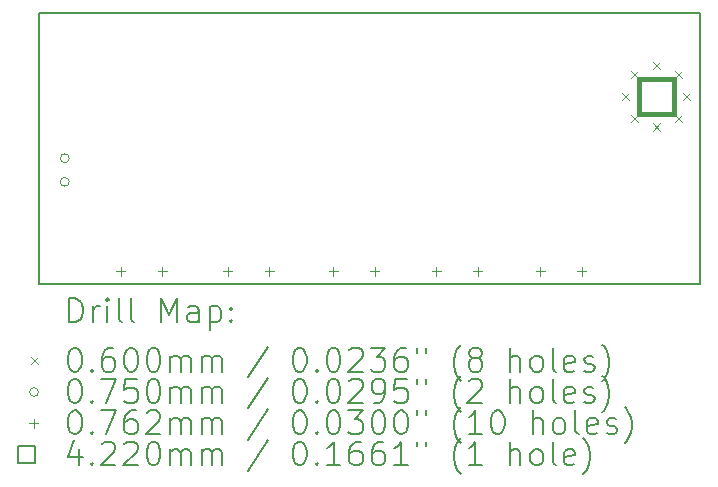
<source format=gbr>
%TF.GenerationSoftware,KiCad,Pcbnew,8.0.0-rc1*%
%TF.CreationDate,2025-04-08T13:29:52+03:00*%
%TF.ProjectId,ST_Board_V1.0,53545f42-6f61-4726-945f-56312e302e6b,rev?*%
%TF.SameCoordinates,Original*%
%TF.FileFunction,Drillmap*%
%TF.FilePolarity,Positive*%
%FSLAX45Y45*%
G04 Gerber Fmt 4.5, Leading zero omitted, Abs format (unit mm)*
G04 Created by KiCad (PCBNEW 8.0.0-rc1) date 2025-04-08 13:29:52*
%MOMM*%
%LPD*%
G01*
G04 APERTURE LIST*
%ADD10C,0.150000*%
%ADD11C,0.200000*%
%ADD12C,0.100000*%
%ADD13C,0.422000*%
G04 APERTURE END LIST*
D10*
X12000000Y-10214000D02*
X12000000Y-7914000D01*
X17596000Y-7914000D02*
X17596000Y-10214000D01*
X17596000Y-10214000D02*
X12000000Y-10214000D01*
X12000000Y-7914000D02*
X17596000Y-7914000D01*
D11*
D12*
X16932758Y-8591200D02*
X16992758Y-8651200D01*
X16992758Y-8591200D02*
X16932758Y-8651200D01*
X17007758Y-8406200D02*
X17067758Y-8466200D01*
X17067758Y-8406200D02*
X17007758Y-8466200D01*
X17007758Y-8776200D02*
X17067758Y-8836200D01*
X17067758Y-8776200D02*
X17007758Y-8836200D01*
X17192758Y-8331200D02*
X17252758Y-8391200D01*
X17252758Y-8331200D02*
X17192758Y-8391200D01*
X17192758Y-8851200D02*
X17252758Y-8911200D01*
X17252758Y-8851200D02*
X17192758Y-8911200D01*
X17377758Y-8406200D02*
X17437758Y-8466200D01*
X17437758Y-8406200D02*
X17377758Y-8466200D01*
X17377758Y-8776200D02*
X17437758Y-8836200D01*
X17437758Y-8776200D02*
X17377758Y-8836200D01*
X17452758Y-8591200D02*
X17512758Y-8651200D01*
X17512758Y-8591200D02*
X17452758Y-8651200D01*
X12252500Y-9145700D02*
G75*
G02*
X12177500Y-9145700I-37500J0D01*
G01*
X12177500Y-9145700D02*
G75*
G02*
X12252500Y-9145700I37500J0D01*
G01*
X12252500Y-9345700D02*
G75*
G02*
X12177500Y-9345700I-37500J0D01*
G01*
X12177500Y-9345700D02*
G75*
G02*
X12252500Y-9345700I37500J0D01*
G01*
X12689000Y-10065900D02*
X12689000Y-10142100D01*
X12650900Y-10104000D02*
X12727100Y-10104000D01*
X13039000Y-10065900D02*
X13039000Y-10142100D01*
X13000900Y-10104000D02*
X13077100Y-10104000D01*
X13597000Y-10065900D02*
X13597000Y-10142100D01*
X13558900Y-10104000D02*
X13635100Y-10104000D01*
X13947000Y-10065900D02*
X13947000Y-10142100D01*
X13908900Y-10104000D02*
X13985100Y-10104000D01*
X14488000Y-10065900D02*
X14488000Y-10142100D01*
X14449900Y-10104000D02*
X14526100Y-10104000D01*
X14838000Y-10065900D02*
X14838000Y-10142100D01*
X14799900Y-10104000D02*
X14876100Y-10104000D01*
X15361000Y-10065900D02*
X15361000Y-10142100D01*
X15322900Y-10104000D02*
X15399100Y-10104000D01*
X15711000Y-10065900D02*
X15711000Y-10142100D01*
X15672900Y-10104000D02*
X15749100Y-10104000D01*
X16243000Y-10065900D02*
X16243000Y-10142100D01*
X16204900Y-10104000D02*
X16281100Y-10104000D01*
X16593000Y-10065900D02*
X16593000Y-10142100D01*
X16554900Y-10104000D02*
X16631100Y-10104000D01*
D13*
X17371959Y-8770401D02*
X17371959Y-8471999D01*
X17073557Y-8471999D01*
X17073557Y-8770401D01*
X17371959Y-8770401D01*
D11*
X12253277Y-10532984D02*
X12253277Y-10332984D01*
X12253277Y-10332984D02*
X12300896Y-10332984D01*
X12300896Y-10332984D02*
X12329467Y-10342508D01*
X12329467Y-10342508D02*
X12348515Y-10361555D01*
X12348515Y-10361555D02*
X12358039Y-10380603D01*
X12358039Y-10380603D02*
X12367562Y-10418698D01*
X12367562Y-10418698D02*
X12367562Y-10447270D01*
X12367562Y-10447270D02*
X12358039Y-10485365D01*
X12358039Y-10485365D02*
X12348515Y-10504412D01*
X12348515Y-10504412D02*
X12329467Y-10523460D01*
X12329467Y-10523460D02*
X12300896Y-10532984D01*
X12300896Y-10532984D02*
X12253277Y-10532984D01*
X12453277Y-10532984D02*
X12453277Y-10399650D01*
X12453277Y-10437746D02*
X12462801Y-10418698D01*
X12462801Y-10418698D02*
X12472324Y-10409174D01*
X12472324Y-10409174D02*
X12491372Y-10399650D01*
X12491372Y-10399650D02*
X12510420Y-10399650D01*
X12577086Y-10532984D02*
X12577086Y-10399650D01*
X12577086Y-10332984D02*
X12567562Y-10342508D01*
X12567562Y-10342508D02*
X12577086Y-10352031D01*
X12577086Y-10352031D02*
X12586610Y-10342508D01*
X12586610Y-10342508D02*
X12577086Y-10332984D01*
X12577086Y-10332984D02*
X12577086Y-10352031D01*
X12700896Y-10532984D02*
X12681848Y-10523460D01*
X12681848Y-10523460D02*
X12672324Y-10504412D01*
X12672324Y-10504412D02*
X12672324Y-10332984D01*
X12805658Y-10532984D02*
X12786610Y-10523460D01*
X12786610Y-10523460D02*
X12777086Y-10504412D01*
X12777086Y-10504412D02*
X12777086Y-10332984D01*
X13034229Y-10532984D02*
X13034229Y-10332984D01*
X13034229Y-10332984D02*
X13100896Y-10475841D01*
X13100896Y-10475841D02*
X13167562Y-10332984D01*
X13167562Y-10332984D02*
X13167562Y-10532984D01*
X13348515Y-10532984D02*
X13348515Y-10428222D01*
X13348515Y-10428222D02*
X13338991Y-10409174D01*
X13338991Y-10409174D02*
X13319943Y-10399650D01*
X13319943Y-10399650D02*
X13281848Y-10399650D01*
X13281848Y-10399650D02*
X13262801Y-10409174D01*
X13348515Y-10523460D02*
X13329467Y-10532984D01*
X13329467Y-10532984D02*
X13281848Y-10532984D01*
X13281848Y-10532984D02*
X13262801Y-10523460D01*
X13262801Y-10523460D02*
X13253277Y-10504412D01*
X13253277Y-10504412D02*
X13253277Y-10485365D01*
X13253277Y-10485365D02*
X13262801Y-10466317D01*
X13262801Y-10466317D02*
X13281848Y-10456793D01*
X13281848Y-10456793D02*
X13329467Y-10456793D01*
X13329467Y-10456793D02*
X13348515Y-10447270D01*
X13443753Y-10399650D02*
X13443753Y-10599650D01*
X13443753Y-10409174D02*
X13462801Y-10399650D01*
X13462801Y-10399650D02*
X13500896Y-10399650D01*
X13500896Y-10399650D02*
X13519943Y-10409174D01*
X13519943Y-10409174D02*
X13529467Y-10418698D01*
X13529467Y-10418698D02*
X13538991Y-10437746D01*
X13538991Y-10437746D02*
X13538991Y-10494889D01*
X13538991Y-10494889D02*
X13529467Y-10513936D01*
X13529467Y-10513936D02*
X13519943Y-10523460D01*
X13519943Y-10523460D02*
X13500896Y-10532984D01*
X13500896Y-10532984D02*
X13462801Y-10532984D01*
X13462801Y-10532984D02*
X13443753Y-10523460D01*
X13624705Y-10513936D02*
X13634229Y-10523460D01*
X13634229Y-10523460D02*
X13624705Y-10532984D01*
X13624705Y-10532984D02*
X13615182Y-10523460D01*
X13615182Y-10523460D02*
X13624705Y-10513936D01*
X13624705Y-10513936D02*
X13624705Y-10532984D01*
X13624705Y-10409174D02*
X13634229Y-10418698D01*
X13634229Y-10418698D02*
X13624705Y-10428222D01*
X13624705Y-10428222D02*
X13615182Y-10418698D01*
X13615182Y-10418698D02*
X13624705Y-10409174D01*
X13624705Y-10409174D02*
X13624705Y-10428222D01*
D12*
X11932500Y-10831500D02*
X11992500Y-10891500D01*
X11992500Y-10831500D02*
X11932500Y-10891500D01*
D11*
X12291372Y-10752984D02*
X12310420Y-10752984D01*
X12310420Y-10752984D02*
X12329467Y-10762508D01*
X12329467Y-10762508D02*
X12338991Y-10772031D01*
X12338991Y-10772031D02*
X12348515Y-10791079D01*
X12348515Y-10791079D02*
X12358039Y-10829174D01*
X12358039Y-10829174D02*
X12358039Y-10876793D01*
X12358039Y-10876793D02*
X12348515Y-10914889D01*
X12348515Y-10914889D02*
X12338991Y-10933936D01*
X12338991Y-10933936D02*
X12329467Y-10943460D01*
X12329467Y-10943460D02*
X12310420Y-10952984D01*
X12310420Y-10952984D02*
X12291372Y-10952984D01*
X12291372Y-10952984D02*
X12272324Y-10943460D01*
X12272324Y-10943460D02*
X12262801Y-10933936D01*
X12262801Y-10933936D02*
X12253277Y-10914889D01*
X12253277Y-10914889D02*
X12243753Y-10876793D01*
X12243753Y-10876793D02*
X12243753Y-10829174D01*
X12243753Y-10829174D02*
X12253277Y-10791079D01*
X12253277Y-10791079D02*
X12262801Y-10772031D01*
X12262801Y-10772031D02*
X12272324Y-10762508D01*
X12272324Y-10762508D02*
X12291372Y-10752984D01*
X12443753Y-10933936D02*
X12453277Y-10943460D01*
X12453277Y-10943460D02*
X12443753Y-10952984D01*
X12443753Y-10952984D02*
X12434229Y-10943460D01*
X12434229Y-10943460D02*
X12443753Y-10933936D01*
X12443753Y-10933936D02*
X12443753Y-10952984D01*
X12624705Y-10752984D02*
X12586610Y-10752984D01*
X12586610Y-10752984D02*
X12567562Y-10762508D01*
X12567562Y-10762508D02*
X12558039Y-10772031D01*
X12558039Y-10772031D02*
X12538991Y-10800603D01*
X12538991Y-10800603D02*
X12529467Y-10838698D01*
X12529467Y-10838698D02*
X12529467Y-10914889D01*
X12529467Y-10914889D02*
X12538991Y-10933936D01*
X12538991Y-10933936D02*
X12548515Y-10943460D01*
X12548515Y-10943460D02*
X12567562Y-10952984D01*
X12567562Y-10952984D02*
X12605658Y-10952984D01*
X12605658Y-10952984D02*
X12624705Y-10943460D01*
X12624705Y-10943460D02*
X12634229Y-10933936D01*
X12634229Y-10933936D02*
X12643753Y-10914889D01*
X12643753Y-10914889D02*
X12643753Y-10867270D01*
X12643753Y-10867270D02*
X12634229Y-10848222D01*
X12634229Y-10848222D02*
X12624705Y-10838698D01*
X12624705Y-10838698D02*
X12605658Y-10829174D01*
X12605658Y-10829174D02*
X12567562Y-10829174D01*
X12567562Y-10829174D02*
X12548515Y-10838698D01*
X12548515Y-10838698D02*
X12538991Y-10848222D01*
X12538991Y-10848222D02*
X12529467Y-10867270D01*
X12767562Y-10752984D02*
X12786610Y-10752984D01*
X12786610Y-10752984D02*
X12805658Y-10762508D01*
X12805658Y-10762508D02*
X12815182Y-10772031D01*
X12815182Y-10772031D02*
X12824705Y-10791079D01*
X12824705Y-10791079D02*
X12834229Y-10829174D01*
X12834229Y-10829174D02*
X12834229Y-10876793D01*
X12834229Y-10876793D02*
X12824705Y-10914889D01*
X12824705Y-10914889D02*
X12815182Y-10933936D01*
X12815182Y-10933936D02*
X12805658Y-10943460D01*
X12805658Y-10943460D02*
X12786610Y-10952984D01*
X12786610Y-10952984D02*
X12767562Y-10952984D01*
X12767562Y-10952984D02*
X12748515Y-10943460D01*
X12748515Y-10943460D02*
X12738991Y-10933936D01*
X12738991Y-10933936D02*
X12729467Y-10914889D01*
X12729467Y-10914889D02*
X12719943Y-10876793D01*
X12719943Y-10876793D02*
X12719943Y-10829174D01*
X12719943Y-10829174D02*
X12729467Y-10791079D01*
X12729467Y-10791079D02*
X12738991Y-10772031D01*
X12738991Y-10772031D02*
X12748515Y-10762508D01*
X12748515Y-10762508D02*
X12767562Y-10752984D01*
X12958039Y-10752984D02*
X12977086Y-10752984D01*
X12977086Y-10752984D02*
X12996134Y-10762508D01*
X12996134Y-10762508D02*
X13005658Y-10772031D01*
X13005658Y-10772031D02*
X13015182Y-10791079D01*
X13015182Y-10791079D02*
X13024705Y-10829174D01*
X13024705Y-10829174D02*
X13024705Y-10876793D01*
X13024705Y-10876793D02*
X13015182Y-10914889D01*
X13015182Y-10914889D02*
X13005658Y-10933936D01*
X13005658Y-10933936D02*
X12996134Y-10943460D01*
X12996134Y-10943460D02*
X12977086Y-10952984D01*
X12977086Y-10952984D02*
X12958039Y-10952984D01*
X12958039Y-10952984D02*
X12938991Y-10943460D01*
X12938991Y-10943460D02*
X12929467Y-10933936D01*
X12929467Y-10933936D02*
X12919943Y-10914889D01*
X12919943Y-10914889D02*
X12910420Y-10876793D01*
X12910420Y-10876793D02*
X12910420Y-10829174D01*
X12910420Y-10829174D02*
X12919943Y-10791079D01*
X12919943Y-10791079D02*
X12929467Y-10772031D01*
X12929467Y-10772031D02*
X12938991Y-10762508D01*
X12938991Y-10762508D02*
X12958039Y-10752984D01*
X13110420Y-10952984D02*
X13110420Y-10819650D01*
X13110420Y-10838698D02*
X13119943Y-10829174D01*
X13119943Y-10829174D02*
X13138991Y-10819650D01*
X13138991Y-10819650D02*
X13167563Y-10819650D01*
X13167563Y-10819650D02*
X13186610Y-10829174D01*
X13186610Y-10829174D02*
X13196134Y-10848222D01*
X13196134Y-10848222D02*
X13196134Y-10952984D01*
X13196134Y-10848222D02*
X13205658Y-10829174D01*
X13205658Y-10829174D02*
X13224705Y-10819650D01*
X13224705Y-10819650D02*
X13253277Y-10819650D01*
X13253277Y-10819650D02*
X13272324Y-10829174D01*
X13272324Y-10829174D02*
X13281848Y-10848222D01*
X13281848Y-10848222D02*
X13281848Y-10952984D01*
X13377086Y-10952984D02*
X13377086Y-10819650D01*
X13377086Y-10838698D02*
X13386610Y-10829174D01*
X13386610Y-10829174D02*
X13405658Y-10819650D01*
X13405658Y-10819650D02*
X13434229Y-10819650D01*
X13434229Y-10819650D02*
X13453277Y-10829174D01*
X13453277Y-10829174D02*
X13462801Y-10848222D01*
X13462801Y-10848222D02*
X13462801Y-10952984D01*
X13462801Y-10848222D02*
X13472324Y-10829174D01*
X13472324Y-10829174D02*
X13491372Y-10819650D01*
X13491372Y-10819650D02*
X13519943Y-10819650D01*
X13519943Y-10819650D02*
X13538991Y-10829174D01*
X13538991Y-10829174D02*
X13548515Y-10848222D01*
X13548515Y-10848222D02*
X13548515Y-10952984D01*
X13938991Y-10743460D02*
X13767563Y-11000603D01*
X14196134Y-10752984D02*
X14215182Y-10752984D01*
X14215182Y-10752984D02*
X14234229Y-10762508D01*
X14234229Y-10762508D02*
X14243753Y-10772031D01*
X14243753Y-10772031D02*
X14253277Y-10791079D01*
X14253277Y-10791079D02*
X14262801Y-10829174D01*
X14262801Y-10829174D02*
X14262801Y-10876793D01*
X14262801Y-10876793D02*
X14253277Y-10914889D01*
X14253277Y-10914889D02*
X14243753Y-10933936D01*
X14243753Y-10933936D02*
X14234229Y-10943460D01*
X14234229Y-10943460D02*
X14215182Y-10952984D01*
X14215182Y-10952984D02*
X14196134Y-10952984D01*
X14196134Y-10952984D02*
X14177086Y-10943460D01*
X14177086Y-10943460D02*
X14167563Y-10933936D01*
X14167563Y-10933936D02*
X14158039Y-10914889D01*
X14158039Y-10914889D02*
X14148515Y-10876793D01*
X14148515Y-10876793D02*
X14148515Y-10829174D01*
X14148515Y-10829174D02*
X14158039Y-10791079D01*
X14158039Y-10791079D02*
X14167563Y-10772031D01*
X14167563Y-10772031D02*
X14177086Y-10762508D01*
X14177086Y-10762508D02*
X14196134Y-10752984D01*
X14348515Y-10933936D02*
X14358039Y-10943460D01*
X14358039Y-10943460D02*
X14348515Y-10952984D01*
X14348515Y-10952984D02*
X14338991Y-10943460D01*
X14338991Y-10943460D02*
X14348515Y-10933936D01*
X14348515Y-10933936D02*
X14348515Y-10952984D01*
X14481848Y-10752984D02*
X14500896Y-10752984D01*
X14500896Y-10752984D02*
X14519944Y-10762508D01*
X14519944Y-10762508D02*
X14529467Y-10772031D01*
X14529467Y-10772031D02*
X14538991Y-10791079D01*
X14538991Y-10791079D02*
X14548515Y-10829174D01*
X14548515Y-10829174D02*
X14548515Y-10876793D01*
X14548515Y-10876793D02*
X14538991Y-10914889D01*
X14538991Y-10914889D02*
X14529467Y-10933936D01*
X14529467Y-10933936D02*
X14519944Y-10943460D01*
X14519944Y-10943460D02*
X14500896Y-10952984D01*
X14500896Y-10952984D02*
X14481848Y-10952984D01*
X14481848Y-10952984D02*
X14462801Y-10943460D01*
X14462801Y-10943460D02*
X14453277Y-10933936D01*
X14453277Y-10933936D02*
X14443753Y-10914889D01*
X14443753Y-10914889D02*
X14434229Y-10876793D01*
X14434229Y-10876793D02*
X14434229Y-10829174D01*
X14434229Y-10829174D02*
X14443753Y-10791079D01*
X14443753Y-10791079D02*
X14453277Y-10772031D01*
X14453277Y-10772031D02*
X14462801Y-10762508D01*
X14462801Y-10762508D02*
X14481848Y-10752984D01*
X14624706Y-10772031D02*
X14634229Y-10762508D01*
X14634229Y-10762508D02*
X14653277Y-10752984D01*
X14653277Y-10752984D02*
X14700896Y-10752984D01*
X14700896Y-10752984D02*
X14719944Y-10762508D01*
X14719944Y-10762508D02*
X14729467Y-10772031D01*
X14729467Y-10772031D02*
X14738991Y-10791079D01*
X14738991Y-10791079D02*
X14738991Y-10810127D01*
X14738991Y-10810127D02*
X14729467Y-10838698D01*
X14729467Y-10838698D02*
X14615182Y-10952984D01*
X14615182Y-10952984D02*
X14738991Y-10952984D01*
X14805658Y-10752984D02*
X14929467Y-10752984D01*
X14929467Y-10752984D02*
X14862801Y-10829174D01*
X14862801Y-10829174D02*
X14891372Y-10829174D01*
X14891372Y-10829174D02*
X14910420Y-10838698D01*
X14910420Y-10838698D02*
X14919944Y-10848222D01*
X14919944Y-10848222D02*
X14929467Y-10867270D01*
X14929467Y-10867270D02*
X14929467Y-10914889D01*
X14929467Y-10914889D02*
X14919944Y-10933936D01*
X14919944Y-10933936D02*
X14910420Y-10943460D01*
X14910420Y-10943460D02*
X14891372Y-10952984D01*
X14891372Y-10952984D02*
X14834229Y-10952984D01*
X14834229Y-10952984D02*
X14815182Y-10943460D01*
X14815182Y-10943460D02*
X14805658Y-10933936D01*
X15100896Y-10752984D02*
X15062801Y-10752984D01*
X15062801Y-10752984D02*
X15043753Y-10762508D01*
X15043753Y-10762508D02*
X15034229Y-10772031D01*
X15034229Y-10772031D02*
X15015182Y-10800603D01*
X15015182Y-10800603D02*
X15005658Y-10838698D01*
X15005658Y-10838698D02*
X15005658Y-10914889D01*
X15005658Y-10914889D02*
X15015182Y-10933936D01*
X15015182Y-10933936D02*
X15024706Y-10943460D01*
X15024706Y-10943460D02*
X15043753Y-10952984D01*
X15043753Y-10952984D02*
X15081848Y-10952984D01*
X15081848Y-10952984D02*
X15100896Y-10943460D01*
X15100896Y-10943460D02*
X15110420Y-10933936D01*
X15110420Y-10933936D02*
X15119944Y-10914889D01*
X15119944Y-10914889D02*
X15119944Y-10867270D01*
X15119944Y-10867270D02*
X15110420Y-10848222D01*
X15110420Y-10848222D02*
X15100896Y-10838698D01*
X15100896Y-10838698D02*
X15081848Y-10829174D01*
X15081848Y-10829174D02*
X15043753Y-10829174D01*
X15043753Y-10829174D02*
X15024706Y-10838698D01*
X15024706Y-10838698D02*
X15015182Y-10848222D01*
X15015182Y-10848222D02*
X15005658Y-10867270D01*
X15196134Y-10752984D02*
X15196134Y-10791079D01*
X15272325Y-10752984D02*
X15272325Y-10791079D01*
X15567563Y-11029174D02*
X15558039Y-11019650D01*
X15558039Y-11019650D02*
X15538991Y-10991079D01*
X15538991Y-10991079D02*
X15529468Y-10972031D01*
X15529468Y-10972031D02*
X15519944Y-10943460D01*
X15519944Y-10943460D02*
X15510420Y-10895841D01*
X15510420Y-10895841D02*
X15510420Y-10857746D01*
X15510420Y-10857746D02*
X15519944Y-10810127D01*
X15519944Y-10810127D02*
X15529468Y-10781555D01*
X15529468Y-10781555D02*
X15538991Y-10762508D01*
X15538991Y-10762508D02*
X15558039Y-10733936D01*
X15558039Y-10733936D02*
X15567563Y-10724412D01*
X15672325Y-10838698D02*
X15653277Y-10829174D01*
X15653277Y-10829174D02*
X15643753Y-10819650D01*
X15643753Y-10819650D02*
X15634229Y-10800603D01*
X15634229Y-10800603D02*
X15634229Y-10791079D01*
X15634229Y-10791079D02*
X15643753Y-10772031D01*
X15643753Y-10772031D02*
X15653277Y-10762508D01*
X15653277Y-10762508D02*
X15672325Y-10752984D01*
X15672325Y-10752984D02*
X15710420Y-10752984D01*
X15710420Y-10752984D02*
X15729468Y-10762508D01*
X15729468Y-10762508D02*
X15738991Y-10772031D01*
X15738991Y-10772031D02*
X15748515Y-10791079D01*
X15748515Y-10791079D02*
X15748515Y-10800603D01*
X15748515Y-10800603D02*
X15738991Y-10819650D01*
X15738991Y-10819650D02*
X15729468Y-10829174D01*
X15729468Y-10829174D02*
X15710420Y-10838698D01*
X15710420Y-10838698D02*
X15672325Y-10838698D01*
X15672325Y-10838698D02*
X15653277Y-10848222D01*
X15653277Y-10848222D02*
X15643753Y-10857746D01*
X15643753Y-10857746D02*
X15634229Y-10876793D01*
X15634229Y-10876793D02*
X15634229Y-10914889D01*
X15634229Y-10914889D02*
X15643753Y-10933936D01*
X15643753Y-10933936D02*
X15653277Y-10943460D01*
X15653277Y-10943460D02*
X15672325Y-10952984D01*
X15672325Y-10952984D02*
X15710420Y-10952984D01*
X15710420Y-10952984D02*
X15729468Y-10943460D01*
X15729468Y-10943460D02*
X15738991Y-10933936D01*
X15738991Y-10933936D02*
X15748515Y-10914889D01*
X15748515Y-10914889D02*
X15748515Y-10876793D01*
X15748515Y-10876793D02*
X15738991Y-10857746D01*
X15738991Y-10857746D02*
X15729468Y-10848222D01*
X15729468Y-10848222D02*
X15710420Y-10838698D01*
X15986610Y-10952984D02*
X15986610Y-10752984D01*
X16072325Y-10952984D02*
X16072325Y-10848222D01*
X16072325Y-10848222D02*
X16062801Y-10829174D01*
X16062801Y-10829174D02*
X16043753Y-10819650D01*
X16043753Y-10819650D02*
X16015182Y-10819650D01*
X16015182Y-10819650D02*
X15996134Y-10829174D01*
X15996134Y-10829174D02*
X15986610Y-10838698D01*
X16196134Y-10952984D02*
X16177087Y-10943460D01*
X16177087Y-10943460D02*
X16167563Y-10933936D01*
X16167563Y-10933936D02*
X16158039Y-10914889D01*
X16158039Y-10914889D02*
X16158039Y-10857746D01*
X16158039Y-10857746D02*
X16167563Y-10838698D01*
X16167563Y-10838698D02*
X16177087Y-10829174D01*
X16177087Y-10829174D02*
X16196134Y-10819650D01*
X16196134Y-10819650D02*
X16224706Y-10819650D01*
X16224706Y-10819650D02*
X16243753Y-10829174D01*
X16243753Y-10829174D02*
X16253277Y-10838698D01*
X16253277Y-10838698D02*
X16262801Y-10857746D01*
X16262801Y-10857746D02*
X16262801Y-10914889D01*
X16262801Y-10914889D02*
X16253277Y-10933936D01*
X16253277Y-10933936D02*
X16243753Y-10943460D01*
X16243753Y-10943460D02*
X16224706Y-10952984D01*
X16224706Y-10952984D02*
X16196134Y-10952984D01*
X16377087Y-10952984D02*
X16358039Y-10943460D01*
X16358039Y-10943460D02*
X16348515Y-10924412D01*
X16348515Y-10924412D02*
X16348515Y-10752984D01*
X16529468Y-10943460D02*
X16510420Y-10952984D01*
X16510420Y-10952984D02*
X16472325Y-10952984D01*
X16472325Y-10952984D02*
X16453277Y-10943460D01*
X16453277Y-10943460D02*
X16443753Y-10924412D01*
X16443753Y-10924412D02*
X16443753Y-10848222D01*
X16443753Y-10848222D02*
X16453277Y-10829174D01*
X16453277Y-10829174D02*
X16472325Y-10819650D01*
X16472325Y-10819650D02*
X16510420Y-10819650D01*
X16510420Y-10819650D02*
X16529468Y-10829174D01*
X16529468Y-10829174D02*
X16538991Y-10848222D01*
X16538991Y-10848222D02*
X16538991Y-10867270D01*
X16538991Y-10867270D02*
X16443753Y-10886317D01*
X16615182Y-10943460D02*
X16634230Y-10952984D01*
X16634230Y-10952984D02*
X16672325Y-10952984D01*
X16672325Y-10952984D02*
X16691372Y-10943460D01*
X16691372Y-10943460D02*
X16700896Y-10924412D01*
X16700896Y-10924412D02*
X16700896Y-10914889D01*
X16700896Y-10914889D02*
X16691372Y-10895841D01*
X16691372Y-10895841D02*
X16672325Y-10886317D01*
X16672325Y-10886317D02*
X16643753Y-10886317D01*
X16643753Y-10886317D02*
X16624706Y-10876793D01*
X16624706Y-10876793D02*
X16615182Y-10857746D01*
X16615182Y-10857746D02*
X16615182Y-10848222D01*
X16615182Y-10848222D02*
X16624706Y-10829174D01*
X16624706Y-10829174D02*
X16643753Y-10819650D01*
X16643753Y-10819650D02*
X16672325Y-10819650D01*
X16672325Y-10819650D02*
X16691372Y-10829174D01*
X16767563Y-11029174D02*
X16777087Y-11019650D01*
X16777087Y-11019650D02*
X16796134Y-10991079D01*
X16796134Y-10991079D02*
X16805658Y-10972031D01*
X16805658Y-10972031D02*
X16815182Y-10943460D01*
X16815182Y-10943460D02*
X16824706Y-10895841D01*
X16824706Y-10895841D02*
X16824706Y-10857746D01*
X16824706Y-10857746D02*
X16815182Y-10810127D01*
X16815182Y-10810127D02*
X16805658Y-10781555D01*
X16805658Y-10781555D02*
X16796134Y-10762508D01*
X16796134Y-10762508D02*
X16777087Y-10733936D01*
X16777087Y-10733936D02*
X16767563Y-10724412D01*
D12*
X11992500Y-11125500D02*
G75*
G02*
X11917500Y-11125500I-37500J0D01*
G01*
X11917500Y-11125500D02*
G75*
G02*
X11992500Y-11125500I37500J0D01*
G01*
D11*
X12291372Y-11016984D02*
X12310420Y-11016984D01*
X12310420Y-11016984D02*
X12329467Y-11026508D01*
X12329467Y-11026508D02*
X12338991Y-11036031D01*
X12338991Y-11036031D02*
X12348515Y-11055079D01*
X12348515Y-11055079D02*
X12358039Y-11093174D01*
X12358039Y-11093174D02*
X12358039Y-11140793D01*
X12358039Y-11140793D02*
X12348515Y-11178889D01*
X12348515Y-11178889D02*
X12338991Y-11197936D01*
X12338991Y-11197936D02*
X12329467Y-11207460D01*
X12329467Y-11207460D02*
X12310420Y-11216984D01*
X12310420Y-11216984D02*
X12291372Y-11216984D01*
X12291372Y-11216984D02*
X12272324Y-11207460D01*
X12272324Y-11207460D02*
X12262801Y-11197936D01*
X12262801Y-11197936D02*
X12253277Y-11178889D01*
X12253277Y-11178889D02*
X12243753Y-11140793D01*
X12243753Y-11140793D02*
X12243753Y-11093174D01*
X12243753Y-11093174D02*
X12253277Y-11055079D01*
X12253277Y-11055079D02*
X12262801Y-11036031D01*
X12262801Y-11036031D02*
X12272324Y-11026508D01*
X12272324Y-11026508D02*
X12291372Y-11016984D01*
X12443753Y-11197936D02*
X12453277Y-11207460D01*
X12453277Y-11207460D02*
X12443753Y-11216984D01*
X12443753Y-11216984D02*
X12434229Y-11207460D01*
X12434229Y-11207460D02*
X12443753Y-11197936D01*
X12443753Y-11197936D02*
X12443753Y-11216984D01*
X12519943Y-11016984D02*
X12653277Y-11016984D01*
X12653277Y-11016984D02*
X12567562Y-11216984D01*
X12824705Y-11016984D02*
X12729467Y-11016984D01*
X12729467Y-11016984D02*
X12719943Y-11112222D01*
X12719943Y-11112222D02*
X12729467Y-11102698D01*
X12729467Y-11102698D02*
X12748515Y-11093174D01*
X12748515Y-11093174D02*
X12796134Y-11093174D01*
X12796134Y-11093174D02*
X12815182Y-11102698D01*
X12815182Y-11102698D02*
X12824705Y-11112222D01*
X12824705Y-11112222D02*
X12834229Y-11131270D01*
X12834229Y-11131270D02*
X12834229Y-11178889D01*
X12834229Y-11178889D02*
X12824705Y-11197936D01*
X12824705Y-11197936D02*
X12815182Y-11207460D01*
X12815182Y-11207460D02*
X12796134Y-11216984D01*
X12796134Y-11216984D02*
X12748515Y-11216984D01*
X12748515Y-11216984D02*
X12729467Y-11207460D01*
X12729467Y-11207460D02*
X12719943Y-11197936D01*
X12958039Y-11016984D02*
X12977086Y-11016984D01*
X12977086Y-11016984D02*
X12996134Y-11026508D01*
X12996134Y-11026508D02*
X13005658Y-11036031D01*
X13005658Y-11036031D02*
X13015182Y-11055079D01*
X13015182Y-11055079D02*
X13024705Y-11093174D01*
X13024705Y-11093174D02*
X13024705Y-11140793D01*
X13024705Y-11140793D02*
X13015182Y-11178889D01*
X13015182Y-11178889D02*
X13005658Y-11197936D01*
X13005658Y-11197936D02*
X12996134Y-11207460D01*
X12996134Y-11207460D02*
X12977086Y-11216984D01*
X12977086Y-11216984D02*
X12958039Y-11216984D01*
X12958039Y-11216984D02*
X12938991Y-11207460D01*
X12938991Y-11207460D02*
X12929467Y-11197936D01*
X12929467Y-11197936D02*
X12919943Y-11178889D01*
X12919943Y-11178889D02*
X12910420Y-11140793D01*
X12910420Y-11140793D02*
X12910420Y-11093174D01*
X12910420Y-11093174D02*
X12919943Y-11055079D01*
X12919943Y-11055079D02*
X12929467Y-11036031D01*
X12929467Y-11036031D02*
X12938991Y-11026508D01*
X12938991Y-11026508D02*
X12958039Y-11016984D01*
X13110420Y-11216984D02*
X13110420Y-11083650D01*
X13110420Y-11102698D02*
X13119943Y-11093174D01*
X13119943Y-11093174D02*
X13138991Y-11083650D01*
X13138991Y-11083650D02*
X13167563Y-11083650D01*
X13167563Y-11083650D02*
X13186610Y-11093174D01*
X13186610Y-11093174D02*
X13196134Y-11112222D01*
X13196134Y-11112222D02*
X13196134Y-11216984D01*
X13196134Y-11112222D02*
X13205658Y-11093174D01*
X13205658Y-11093174D02*
X13224705Y-11083650D01*
X13224705Y-11083650D02*
X13253277Y-11083650D01*
X13253277Y-11083650D02*
X13272324Y-11093174D01*
X13272324Y-11093174D02*
X13281848Y-11112222D01*
X13281848Y-11112222D02*
X13281848Y-11216984D01*
X13377086Y-11216984D02*
X13377086Y-11083650D01*
X13377086Y-11102698D02*
X13386610Y-11093174D01*
X13386610Y-11093174D02*
X13405658Y-11083650D01*
X13405658Y-11083650D02*
X13434229Y-11083650D01*
X13434229Y-11083650D02*
X13453277Y-11093174D01*
X13453277Y-11093174D02*
X13462801Y-11112222D01*
X13462801Y-11112222D02*
X13462801Y-11216984D01*
X13462801Y-11112222D02*
X13472324Y-11093174D01*
X13472324Y-11093174D02*
X13491372Y-11083650D01*
X13491372Y-11083650D02*
X13519943Y-11083650D01*
X13519943Y-11083650D02*
X13538991Y-11093174D01*
X13538991Y-11093174D02*
X13548515Y-11112222D01*
X13548515Y-11112222D02*
X13548515Y-11216984D01*
X13938991Y-11007460D02*
X13767563Y-11264603D01*
X14196134Y-11016984D02*
X14215182Y-11016984D01*
X14215182Y-11016984D02*
X14234229Y-11026508D01*
X14234229Y-11026508D02*
X14243753Y-11036031D01*
X14243753Y-11036031D02*
X14253277Y-11055079D01*
X14253277Y-11055079D02*
X14262801Y-11093174D01*
X14262801Y-11093174D02*
X14262801Y-11140793D01*
X14262801Y-11140793D02*
X14253277Y-11178889D01*
X14253277Y-11178889D02*
X14243753Y-11197936D01*
X14243753Y-11197936D02*
X14234229Y-11207460D01*
X14234229Y-11207460D02*
X14215182Y-11216984D01*
X14215182Y-11216984D02*
X14196134Y-11216984D01*
X14196134Y-11216984D02*
X14177086Y-11207460D01*
X14177086Y-11207460D02*
X14167563Y-11197936D01*
X14167563Y-11197936D02*
X14158039Y-11178889D01*
X14158039Y-11178889D02*
X14148515Y-11140793D01*
X14148515Y-11140793D02*
X14148515Y-11093174D01*
X14148515Y-11093174D02*
X14158039Y-11055079D01*
X14158039Y-11055079D02*
X14167563Y-11036031D01*
X14167563Y-11036031D02*
X14177086Y-11026508D01*
X14177086Y-11026508D02*
X14196134Y-11016984D01*
X14348515Y-11197936D02*
X14358039Y-11207460D01*
X14358039Y-11207460D02*
X14348515Y-11216984D01*
X14348515Y-11216984D02*
X14338991Y-11207460D01*
X14338991Y-11207460D02*
X14348515Y-11197936D01*
X14348515Y-11197936D02*
X14348515Y-11216984D01*
X14481848Y-11016984D02*
X14500896Y-11016984D01*
X14500896Y-11016984D02*
X14519944Y-11026508D01*
X14519944Y-11026508D02*
X14529467Y-11036031D01*
X14529467Y-11036031D02*
X14538991Y-11055079D01*
X14538991Y-11055079D02*
X14548515Y-11093174D01*
X14548515Y-11093174D02*
X14548515Y-11140793D01*
X14548515Y-11140793D02*
X14538991Y-11178889D01*
X14538991Y-11178889D02*
X14529467Y-11197936D01*
X14529467Y-11197936D02*
X14519944Y-11207460D01*
X14519944Y-11207460D02*
X14500896Y-11216984D01*
X14500896Y-11216984D02*
X14481848Y-11216984D01*
X14481848Y-11216984D02*
X14462801Y-11207460D01*
X14462801Y-11207460D02*
X14453277Y-11197936D01*
X14453277Y-11197936D02*
X14443753Y-11178889D01*
X14443753Y-11178889D02*
X14434229Y-11140793D01*
X14434229Y-11140793D02*
X14434229Y-11093174D01*
X14434229Y-11093174D02*
X14443753Y-11055079D01*
X14443753Y-11055079D02*
X14453277Y-11036031D01*
X14453277Y-11036031D02*
X14462801Y-11026508D01*
X14462801Y-11026508D02*
X14481848Y-11016984D01*
X14624706Y-11036031D02*
X14634229Y-11026508D01*
X14634229Y-11026508D02*
X14653277Y-11016984D01*
X14653277Y-11016984D02*
X14700896Y-11016984D01*
X14700896Y-11016984D02*
X14719944Y-11026508D01*
X14719944Y-11026508D02*
X14729467Y-11036031D01*
X14729467Y-11036031D02*
X14738991Y-11055079D01*
X14738991Y-11055079D02*
X14738991Y-11074127D01*
X14738991Y-11074127D02*
X14729467Y-11102698D01*
X14729467Y-11102698D02*
X14615182Y-11216984D01*
X14615182Y-11216984D02*
X14738991Y-11216984D01*
X14834229Y-11216984D02*
X14872325Y-11216984D01*
X14872325Y-11216984D02*
X14891372Y-11207460D01*
X14891372Y-11207460D02*
X14900896Y-11197936D01*
X14900896Y-11197936D02*
X14919944Y-11169365D01*
X14919944Y-11169365D02*
X14929467Y-11131270D01*
X14929467Y-11131270D02*
X14929467Y-11055079D01*
X14929467Y-11055079D02*
X14919944Y-11036031D01*
X14919944Y-11036031D02*
X14910420Y-11026508D01*
X14910420Y-11026508D02*
X14891372Y-11016984D01*
X14891372Y-11016984D02*
X14853277Y-11016984D01*
X14853277Y-11016984D02*
X14834229Y-11026508D01*
X14834229Y-11026508D02*
X14824706Y-11036031D01*
X14824706Y-11036031D02*
X14815182Y-11055079D01*
X14815182Y-11055079D02*
X14815182Y-11102698D01*
X14815182Y-11102698D02*
X14824706Y-11121746D01*
X14824706Y-11121746D02*
X14834229Y-11131270D01*
X14834229Y-11131270D02*
X14853277Y-11140793D01*
X14853277Y-11140793D02*
X14891372Y-11140793D01*
X14891372Y-11140793D02*
X14910420Y-11131270D01*
X14910420Y-11131270D02*
X14919944Y-11121746D01*
X14919944Y-11121746D02*
X14929467Y-11102698D01*
X15110420Y-11016984D02*
X15015182Y-11016984D01*
X15015182Y-11016984D02*
X15005658Y-11112222D01*
X15005658Y-11112222D02*
X15015182Y-11102698D01*
X15015182Y-11102698D02*
X15034229Y-11093174D01*
X15034229Y-11093174D02*
X15081848Y-11093174D01*
X15081848Y-11093174D02*
X15100896Y-11102698D01*
X15100896Y-11102698D02*
X15110420Y-11112222D01*
X15110420Y-11112222D02*
X15119944Y-11131270D01*
X15119944Y-11131270D02*
X15119944Y-11178889D01*
X15119944Y-11178889D02*
X15110420Y-11197936D01*
X15110420Y-11197936D02*
X15100896Y-11207460D01*
X15100896Y-11207460D02*
X15081848Y-11216984D01*
X15081848Y-11216984D02*
X15034229Y-11216984D01*
X15034229Y-11216984D02*
X15015182Y-11207460D01*
X15015182Y-11207460D02*
X15005658Y-11197936D01*
X15196134Y-11016984D02*
X15196134Y-11055079D01*
X15272325Y-11016984D02*
X15272325Y-11055079D01*
X15567563Y-11293174D02*
X15558039Y-11283650D01*
X15558039Y-11283650D02*
X15538991Y-11255079D01*
X15538991Y-11255079D02*
X15529468Y-11236031D01*
X15529468Y-11236031D02*
X15519944Y-11207460D01*
X15519944Y-11207460D02*
X15510420Y-11159841D01*
X15510420Y-11159841D02*
X15510420Y-11121746D01*
X15510420Y-11121746D02*
X15519944Y-11074127D01*
X15519944Y-11074127D02*
X15529468Y-11045555D01*
X15529468Y-11045555D02*
X15538991Y-11026508D01*
X15538991Y-11026508D02*
X15558039Y-10997936D01*
X15558039Y-10997936D02*
X15567563Y-10988412D01*
X15634229Y-11036031D02*
X15643753Y-11026508D01*
X15643753Y-11026508D02*
X15662801Y-11016984D01*
X15662801Y-11016984D02*
X15710420Y-11016984D01*
X15710420Y-11016984D02*
X15729468Y-11026508D01*
X15729468Y-11026508D02*
X15738991Y-11036031D01*
X15738991Y-11036031D02*
X15748515Y-11055079D01*
X15748515Y-11055079D02*
X15748515Y-11074127D01*
X15748515Y-11074127D02*
X15738991Y-11102698D01*
X15738991Y-11102698D02*
X15624706Y-11216984D01*
X15624706Y-11216984D02*
X15748515Y-11216984D01*
X15986610Y-11216984D02*
X15986610Y-11016984D01*
X16072325Y-11216984D02*
X16072325Y-11112222D01*
X16072325Y-11112222D02*
X16062801Y-11093174D01*
X16062801Y-11093174D02*
X16043753Y-11083650D01*
X16043753Y-11083650D02*
X16015182Y-11083650D01*
X16015182Y-11083650D02*
X15996134Y-11093174D01*
X15996134Y-11093174D02*
X15986610Y-11102698D01*
X16196134Y-11216984D02*
X16177087Y-11207460D01*
X16177087Y-11207460D02*
X16167563Y-11197936D01*
X16167563Y-11197936D02*
X16158039Y-11178889D01*
X16158039Y-11178889D02*
X16158039Y-11121746D01*
X16158039Y-11121746D02*
X16167563Y-11102698D01*
X16167563Y-11102698D02*
X16177087Y-11093174D01*
X16177087Y-11093174D02*
X16196134Y-11083650D01*
X16196134Y-11083650D02*
X16224706Y-11083650D01*
X16224706Y-11083650D02*
X16243753Y-11093174D01*
X16243753Y-11093174D02*
X16253277Y-11102698D01*
X16253277Y-11102698D02*
X16262801Y-11121746D01*
X16262801Y-11121746D02*
X16262801Y-11178889D01*
X16262801Y-11178889D02*
X16253277Y-11197936D01*
X16253277Y-11197936D02*
X16243753Y-11207460D01*
X16243753Y-11207460D02*
X16224706Y-11216984D01*
X16224706Y-11216984D02*
X16196134Y-11216984D01*
X16377087Y-11216984D02*
X16358039Y-11207460D01*
X16358039Y-11207460D02*
X16348515Y-11188412D01*
X16348515Y-11188412D02*
X16348515Y-11016984D01*
X16529468Y-11207460D02*
X16510420Y-11216984D01*
X16510420Y-11216984D02*
X16472325Y-11216984D01*
X16472325Y-11216984D02*
X16453277Y-11207460D01*
X16453277Y-11207460D02*
X16443753Y-11188412D01*
X16443753Y-11188412D02*
X16443753Y-11112222D01*
X16443753Y-11112222D02*
X16453277Y-11093174D01*
X16453277Y-11093174D02*
X16472325Y-11083650D01*
X16472325Y-11083650D02*
X16510420Y-11083650D01*
X16510420Y-11083650D02*
X16529468Y-11093174D01*
X16529468Y-11093174D02*
X16538991Y-11112222D01*
X16538991Y-11112222D02*
X16538991Y-11131270D01*
X16538991Y-11131270D02*
X16443753Y-11150317D01*
X16615182Y-11207460D02*
X16634230Y-11216984D01*
X16634230Y-11216984D02*
X16672325Y-11216984D01*
X16672325Y-11216984D02*
X16691372Y-11207460D01*
X16691372Y-11207460D02*
X16700896Y-11188412D01*
X16700896Y-11188412D02*
X16700896Y-11178889D01*
X16700896Y-11178889D02*
X16691372Y-11159841D01*
X16691372Y-11159841D02*
X16672325Y-11150317D01*
X16672325Y-11150317D02*
X16643753Y-11150317D01*
X16643753Y-11150317D02*
X16624706Y-11140793D01*
X16624706Y-11140793D02*
X16615182Y-11121746D01*
X16615182Y-11121746D02*
X16615182Y-11112222D01*
X16615182Y-11112222D02*
X16624706Y-11093174D01*
X16624706Y-11093174D02*
X16643753Y-11083650D01*
X16643753Y-11083650D02*
X16672325Y-11083650D01*
X16672325Y-11083650D02*
X16691372Y-11093174D01*
X16767563Y-11293174D02*
X16777087Y-11283650D01*
X16777087Y-11283650D02*
X16796134Y-11255079D01*
X16796134Y-11255079D02*
X16805658Y-11236031D01*
X16805658Y-11236031D02*
X16815182Y-11207460D01*
X16815182Y-11207460D02*
X16824706Y-11159841D01*
X16824706Y-11159841D02*
X16824706Y-11121746D01*
X16824706Y-11121746D02*
X16815182Y-11074127D01*
X16815182Y-11074127D02*
X16805658Y-11045555D01*
X16805658Y-11045555D02*
X16796134Y-11026508D01*
X16796134Y-11026508D02*
X16777087Y-10997936D01*
X16777087Y-10997936D02*
X16767563Y-10988412D01*
D12*
X11954400Y-11351400D02*
X11954400Y-11427600D01*
X11916300Y-11389500D02*
X11992500Y-11389500D01*
D11*
X12291372Y-11280984D02*
X12310420Y-11280984D01*
X12310420Y-11280984D02*
X12329467Y-11290508D01*
X12329467Y-11290508D02*
X12338991Y-11300031D01*
X12338991Y-11300031D02*
X12348515Y-11319079D01*
X12348515Y-11319079D02*
X12358039Y-11357174D01*
X12358039Y-11357174D02*
X12358039Y-11404793D01*
X12358039Y-11404793D02*
X12348515Y-11442888D01*
X12348515Y-11442888D02*
X12338991Y-11461936D01*
X12338991Y-11461936D02*
X12329467Y-11471460D01*
X12329467Y-11471460D02*
X12310420Y-11480984D01*
X12310420Y-11480984D02*
X12291372Y-11480984D01*
X12291372Y-11480984D02*
X12272324Y-11471460D01*
X12272324Y-11471460D02*
X12262801Y-11461936D01*
X12262801Y-11461936D02*
X12253277Y-11442888D01*
X12253277Y-11442888D02*
X12243753Y-11404793D01*
X12243753Y-11404793D02*
X12243753Y-11357174D01*
X12243753Y-11357174D02*
X12253277Y-11319079D01*
X12253277Y-11319079D02*
X12262801Y-11300031D01*
X12262801Y-11300031D02*
X12272324Y-11290508D01*
X12272324Y-11290508D02*
X12291372Y-11280984D01*
X12443753Y-11461936D02*
X12453277Y-11471460D01*
X12453277Y-11471460D02*
X12443753Y-11480984D01*
X12443753Y-11480984D02*
X12434229Y-11471460D01*
X12434229Y-11471460D02*
X12443753Y-11461936D01*
X12443753Y-11461936D02*
X12443753Y-11480984D01*
X12519943Y-11280984D02*
X12653277Y-11280984D01*
X12653277Y-11280984D02*
X12567562Y-11480984D01*
X12815182Y-11280984D02*
X12777086Y-11280984D01*
X12777086Y-11280984D02*
X12758039Y-11290508D01*
X12758039Y-11290508D02*
X12748515Y-11300031D01*
X12748515Y-11300031D02*
X12729467Y-11328603D01*
X12729467Y-11328603D02*
X12719943Y-11366698D01*
X12719943Y-11366698D02*
X12719943Y-11442888D01*
X12719943Y-11442888D02*
X12729467Y-11461936D01*
X12729467Y-11461936D02*
X12738991Y-11471460D01*
X12738991Y-11471460D02*
X12758039Y-11480984D01*
X12758039Y-11480984D02*
X12796134Y-11480984D01*
X12796134Y-11480984D02*
X12815182Y-11471460D01*
X12815182Y-11471460D02*
X12824705Y-11461936D01*
X12824705Y-11461936D02*
X12834229Y-11442888D01*
X12834229Y-11442888D02*
X12834229Y-11395269D01*
X12834229Y-11395269D02*
X12824705Y-11376222D01*
X12824705Y-11376222D02*
X12815182Y-11366698D01*
X12815182Y-11366698D02*
X12796134Y-11357174D01*
X12796134Y-11357174D02*
X12758039Y-11357174D01*
X12758039Y-11357174D02*
X12738991Y-11366698D01*
X12738991Y-11366698D02*
X12729467Y-11376222D01*
X12729467Y-11376222D02*
X12719943Y-11395269D01*
X12910420Y-11300031D02*
X12919943Y-11290508D01*
X12919943Y-11290508D02*
X12938991Y-11280984D01*
X12938991Y-11280984D02*
X12986610Y-11280984D01*
X12986610Y-11280984D02*
X13005658Y-11290508D01*
X13005658Y-11290508D02*
X13015182Y-11300031D01*
X13015182Y-11300031D02*
X13024705Y-11319079D01*
X13024705Y-11319079D02*
X13024705Y-11338127D01*
X13024705Y-11338127D02*
X13015182Y-11366698D01*
X13015182Y-11366698D02*
X12900896Y-11480984D01*
X12900896Y-11480984D02*
X13024705Y-11480984D01*
X13110420Y-11480984D02*
X13110420Y-11347650D01*
X13110420Y-11366698D02*
X13119943Y-11357174D01*
X13119943Y-11357174D02*
X13138991Y-11347650D01*
X13138991Y-11347650D02*
X13167563Y-11347650D01*
X13167563Y-11347650D02*
X13186610Y-11357174D01*
X13186610Y-11357174D02*
X13196134Y-11376222D01*
X13196134Y-11376222D02*
X13196134Y-11480984D01*
X13196134Y-11376222D02*
X13205658Y-11357174D01*
X13205658Y-11357174D02*
X13224705Y-11347650D01*
X13224705Y-11347650D02*
X13253277Y-11347650D01*
X13253277Y-11347650D02*
X13272324Y-11357174D01*
X13272324Y-11357174D02*
X13281848Y-11376222D01*
X13281848Y-11376222D02*
X13281848Y-11480984D01*
X13377086Y-11480984D02*
X13377086Y-11347650D01*
X13377086Y-11366698D02*
X13386610Y-11357174D01*
X13386610Y-11357174D02*
X13405658Y-11347650D01*
X13405658Y-11347650D02*
X13434229Y-11347650D01*
X13434229Y-11347650D02*
X13453277Y-11357174D01*
X13453277Y-11357174D02*
X13462801Y-11376222D01*
X13462801Y-11376222D02*
X13462801Y-11480984D01*
X13462801Y-11376222D02*
X13472324Y-11357174D01*
X13472324Y-11357174D02*
X13491372Y-11347650D01*
X13491372Y-11347650D02*
X13519943Y-11347650D01*
X13519943Y-11347650D02*
X13538991Y-11357174D01*
X13538991Y-11357174D02*
X13548515Y-11376222D01*
X13548515Y-11376222D02*
X13548515Y-11480984D01*
X13938991Y-11271460D02*
X13767563Y-11528603D01*
X14196134Y-11280984D02*
X14215182Y-11280984D01*
X14215182Y-11280984D02*
X14234229Y-11290508D01*
X14234229Y-11290508D02*
X14243753Y-11300031D01*
X14243753Y-11300031D02*
X14253277Y-11319079D01*
X14253277Y-11319079D02*
X14262801Y-11357174D01*
X14262801Y-11357174D02*
X14262801Y-11404793D01*
X14262801Y-11404793D02*
X14253277Y-11442888D01*
X14253277Y-11442888D02*
X14243753Y-11461936D01*
X14243753Y-11461936D02*
X14234229Y-11471460D01*
X14234229Y-11471460D02*
X14215182Y-11480984D01*
X14215182Y-11480984D02*
X14196134Y-11480984D01*
X14196134Y-11480984D02*
X14177086Y-11471460D01*
X14177086Y-11471460D02*
X14167563Y-11461936D01*
X14167563Y-11461936D02*
X14158039Y-11442888D01*
X14158039Y-11442888D02*
X14148515Y-11404793D01*
X14148515Y-11404793D02*
X14148515Y-11357174D01*
X14148515Y-11357174D02*
X14158039Y-11319079D01*
X14158039Y-11319079D02*
X14167563Y-11300031D01*
X14167563Y-11300031D02*
X14177086Y-11290508D01*
X14177086Y-11290508D02*
X14196134Y-11280984D01*
X14348515Y-11461936D02*
X14358039Y-11471460D01*
X14358039Y-11471460D02*
X14348515Y-11480984D01*
X14348515Y-11480984D02*
X14338991Y-11471460D01*
X14338991Y-11471460D02*
X14348515Y-11461936D01*
X14348515Y-11461936D02*
X14348515Y-11480984D01*
X14481848Y-11280984D02*
X14500896Y-11280984D01*
X14500896Y-11280984D02*
X14519944Y-11290508D01*
X14519944Y-11290508D02*
X14529467Y-11300031D01*
X14529467Y-11300031D02*
X14538991Y-11319079D01*
X14538991Y-11319079D02*
X14548515Y-11357174D01*
X14548515Y-11357174D02*
X14548515Y-11404793D01*
X14548515Y-11404793D02*
X14538991Y-11442888D01*
X14538991Y-11442888D02*
X14529467Y-11461936D01*
X14529467Y-11461936D02*
X14519944Y-11471460D01*
X14519944Y-11471460D02*
X14500896Y-11480984D01*
X14500896Y-11480984D02*
X14481848Y-11480984D01*
X14481848Y-11480984D02*
X14462801Y-11471460D01*
X14462801Y-11471460D02*
X14453277Y-11461936D01*
X14453277Y-11461936D02*
X14443753Y-11442888D01*
X14443753Y-11442888D02*
X14434229Y-11404793D01*
X14434229Y-11404793D02*
X14434229Y-11357174D01*
X14434229Y-11357174D02*
X14443753Y-11319079D01*
X14443753Y-11319079D02*
X14453277Y-11300031D01*
X14453277Y-11300031D02*
X14462801Y-11290508D01*
X14462801Y-11290508D02*
X14481848Y-11280984D01*
X14615182Y-11280984D02*
X14738991Y-11280984D01*
X14738991Y-11280984D02*
X14672325Y-11357174D01*
X14672325Y-11357174D02*
X14700896Y-11357174D01*
X14700896Y-11357174D02*
X14719944Y-11366698D01*
X14719944Y-11366698D02*
X14729467Y-11376222D01*
X14729467Y-11376222D02*
X14738991Y-11395269D01*
X14738991Y-11395269D02*
X14738991Y-11442888D01*
X14738991Y-11442888D02*
X14729467Y-11461936D01*
X14729467Y-11461936D02*
X14719944Y-11471460D01*
X14719944Y-11471460D02*
X14700896Y-11480984D01*
X14700896Y-11480984D02*
X14643753Y-11480984D01*
X14643753Y-11480984D02*
X14624706Y-11471460D01*
X14624706Y-11471460D02*
X14615182Y-11461936D01*
X14862801Y-11280984D02*
X14881848Y-11280984D01*
X14881848Y-11280984D02*
X14900896Y-11290508D01*
X14900896Y-11290508D02*
X14910420Y-11300031D01*
X14910420Y-11300031D02*
X14919944Y-11319079D01*
X14919944Y-11319079D02*
X14929467Y-11357174D01*
X14929467Y-11357174D02*
X14929467Y-11404793D01*
X14929467Y-11404793D02*
X14919944Y-11442888D01*
X14919944Y-11442888D02*
X14910420Y-11461936D01*
X14910420Y-11461936D02*
X14900896Y-11471460D01*
X14900896Y-11471460D02*
X14881848Y-11480984D01*
X14881848Y-11480984D02*
X14862801Y-11480984D01*
X14862801Y-11480984D02*
X14843753Y-11471460D01*
X14843753Y-11471460D02*
X14834229Y-11461936D01*
X14834229Y-11461936D02*
X14824706Y-11442888D01*
X14824706Y-11442888D02*
X14815182Y-11404793D01*
X14815182Y-11404793D02*
X14815182Y-11357174D01*
X14815182Y-11357174D02*
X14824706Y-11319079D01*
X14824706Y-11319079D02*
X14834229Y-11300031D01*
X14834229Y-11300031D02*
X14843753Y-11290508D01*
X14843753Y-11290508D02*
X14862801Y-11280984D01*
X15053277Y-11280984D02*
X15072325Y-11280984D01*
X15072325Y-11280984D02*
X15091372Y-11290508D01*
X15091372Y-11290508D02*
X15100896Y-11300031D01*
X15100896Y-11300031D02*
X15110420Y-11319079D01*
X15110420Y-11319079D02*
X15119944Y-11357174D01*
X15119944Y-11357174D02*
X15119944Y-11404793D01*
X15119944Y-11404793D02*
X15110420Y-11442888D01*
X15110420Y-11442888D02*
X15100896Y-11461936D01*
X15100896Y-11461936D02*
X15091372Y-11471460D01*
X15091372Y-11471460D02*
X15072325Y-11480984D01*
X15072325Y-11480984D02*
X15053277Y-11480984D01*
X15053277Y-11480984D02*
X15034229Y-11471460D01*
X15034229Y-11471460D02*
X15024706Y-11461936D01*
X15024706Y-11461936D02*
X15015182Y-11442888D01*
X15015182Y-11442888D02*
X15005658Y-11404793D01*
X15005658Y-11404793D02*
X15005658Y-11357174D01*
X15005658Y-11357174D02*
X15015182Y-11319079D01*
X15015182Y-11319079D02*
X15024706Y-11300031D01*
X15024706Y-11300031D02*
X15034229Y-11290508D01*
X15034229Y-11290508D02*
X15053277Y-11280984D01*
X15196134Y-11280984D02*
X15196134Y-11319079D01*
X15272325Y-11280984D02*
X15272325Y-11319079D01*
X15567563Y-11557174D02*
X15558039Y-11547650D01*
X15558039Y-11547650D02*
X15538991Y-11519079D01*
X15538991Y-11519079D02*
X15529468Y-11500031D01*
X15529468Y-11500031D02*
X15519944Y-11471460D01*
X15519944Y-11471460D02*
X15510420Y-11423841D01*
X15510420Y-11423841D02*
X15510420Y-11385746D01*
X15510420Y-11385746D02*
X15519944Y-11338127D01*
X15519944Y-11338127D02*
X15529468Y-11309555D01*
X15529468Y-11309555D02*
X15538991Y-11290508D01*
X15538991Y-11290508D02*
X15558039Y-11261936D01*
X15558039Y-11261936D02*
X15567563Y-11252412D01*
X15748515Y-11480984D02*
X15634229Y-11480984D01*
X15691372Y-11480984D02*
X15691372Y-11280984D01*
X15691372Y-11280984D02*
X15672325Y-11309555D01*
X15672325Y-11309555D02*
X15653277Y-11328603D01*
X15653277Y-11328603D02*
X15634229Y-11338127D01*
X15872325Y-11280984D02*
X15891372Y-11280984D01*
X15891372Y-11280984D02*
X15910420Y-11290508D01*
X15910420Y-11290508D02*
X15919944Y-11300031D01*
X15919944Y-11300031D02*
X15929468Y-11319079D01*
X15929468Y-11319079D02*
X15938991Y-11357174D01*
X15938991Y-11357174D02*
X15938991Y-11404793D01*
X15938991Y-11404793D02*
X15929468Y-11442888D01*
X15929468Y-11442888D02*
X15919944Y-11461936D01*
X15919944Y-11461936D02*
X15910420Y-11471460D01*
X15910420Y-11471460D02*
X15891372Y-11480984D01*
X15891372Y-11480984D02*
X15872325Y-11480984D01*
X15872325Y-11480984D02*
X15853277Y-11471460D01*
X15853277Y-11471460D02*
X15843753Y-11461936D01*
X15843753Y-11461936D02*
X15834229Y-11442888D01*
X15834229Y-11442888D02*
X15824706Y-11404793D01*
X15824706Y-11404793D02*
X15824706Y-11357174D01*
X15824706Y-11357174D02*
X15834229Y-11319079D01*
X15834229Y-11319079D02*
X15843753Y-11300031D01*
X15843753Y-11300031D02*
X15853277Y-11290508D01*
X15853277Y-11290508D02*
X15872325Y-11280984D01*
X16177087Y-11480984D02*
X16177087Y-11280984D01*
X16262801Y-11480984D02*
X16262801Y-11376222D01*
X16262801Y-11376222D02*
X16253277Y-11357174D01*
X16253277Y-11357174D02*
X16234230Y-11347650D01*
X16234230Y-11347650D02*
X16205658Y-11347650D01*
X16205658Y-11347650D02*
X16186610Y-11357174D01*
X16186610Y-11357174D02*
X16177087Y-11366698D01*
X16386610Y-11480984D02*
X16367563Y-11471460D01*
X16367563Y-11471460D02*
X16358039Y-11461936D01*
X16358039Y-11461936D02*
X16348515Y-11442888D01*
X16348515Y-11442888D02*
X16348515Y-11385746D01*
X16348515Y-11385746D02*
X16358039Y-11366698D01*
X16358039Y-11366698D02*
X16367563Y-11357174D01*
X16367563Y-11357174D02*
X16386610Y-11347650D01*
X16386610Y-11347650D02*
X16415182Y-11347650D01*
X16415182Y-11347650D02*
X16434230Y-11357174D01*
X16434230Y-11357174D02*
X16443753Y-11366698D01*
X16443753Y-11366698D02*
X16453277Y-11385746D01*
X16453277Y-11385746D02*
X16453277Y-11442888D01*
X16453277Y-11442888D02*
X16443753Y-11461936D01*
X16443753Y-11461936D02*
X16434230Y-11471460D01*
X16434230Y-11471460D02*
X16415182Y-11480984D01*
X16415182Y-11480984D02*
X16386610Y-11480984D01*
X16567563Y-11480984D02*
X16548515Y-11471460D01*
X16548515Y-11471460D02*
X16538991Y-11452412D01*
X16538991Y-11452412D02*
X16538991Y-11280984D01*
X16719944Y-11471460D02*
X16700896Y-11480984D01*
X16700896Y-11480984D02*
X16662801Y-11480984D01*
X16662801Y-11480984D02*
X16643753Y-11471460D01*
X16643753Y-11471460D02*
X16634230Y-11452412D01*
X16634230Y-11452412D02*
X16634230Y-11376222D01*
X16634230Y-11376222D02*
X16643753Y-11357174D01*
X16643753Y-11357174D02*
X16662801Y-11347650D01*
X16662801Y-11347650D02*
X16700896Y-11347650D01*
X16700896Y-11347650D02*
X16719944Y-11357174D01*
X16719944Y-11357174D02*
X16729468Y-11376222D01*
X16729468Y-11376222D02*
X16729468Y-11395269D01*
X16729468Y-11395269D02*
X16634230Y-11414317D01*
X16805658Y-11471460D02*
X16824706Y-11480984D01*
X16824706Y-11480984D02*
X16862801Y-11480984D01*
X16862801Y-11480984D02*
X16881849Y-11471460D01*
X16881849Y-11471460D02*
X16891373Y-11452412D01*
X16891373Y-11452412D02*
X16891373Y-11442888D01*
X16891373Y-11442888D02*
X16881849Y-11423841D01*
X16881849Y-11423841D02*
X16862801Y-11414317D01*
X16862801Y-11414317D02*
X16834230Y-11414317D01*
X16834230Y-11414317D02*
X16815182Y-11404793D01*
X16815182Y-11404793D02*
X16805658Y-11385746D01*
X16805658Y-11385746D02*
X16805658Y-11376222D01*
X16805658Y-11376222D02*
X16815182Y-11357174D01*
X16815182Y-11357174D02*
X16834230Y-11347650D01*
X16834230Y-11347650D02*
X16862801Y-11347650D01*
X16862801Y-11347650D02*
X16881849Y-11357174D01*
X16958039Y-11557174D02*
X16967563Y-11547650D01*
X16967563Y-11547650D02*
X16986611Y-11519079D01*
X16986611Y-11519079D02*
X16996134Y-11500031D01*
X16996134Y-11500031D02*
X17005658Y-11471460D01*
X17005658Y-11471460D02*
X17015182Y-11423841D01*
X17015182Y-11423841D02*
X17015182Y-11385746D01*
X17015182Y-11385746D02*
X17005658Y-11338127D01*
X17005658Y-11338127D02*
X16996134Y-11309555D01*
X16996134Y-11309555D02*
X16986611Y-11290508D01*
X16986611Y-11290508D02*
X16967563Y-11261936D01*
X16967563Y-11261936D02*
X16958039Y-11252412D01*
X11963211Y-11724211D02*
X11963211Y-11582789D01*
X11821789Y-11582789D01*
X11821789Y-11724211D01*
X11963211Y-11724211D01*
X12338991Y-11611650D02*
X12338991Y-11744984D01*
X12291372Y-11535460D02*
X12243753Y-11678317D01*
X12243753Y-11678317D02*
X12367562Y-11678317D01*
X12443753Y-11725936D02*
X12453277Y-11735460D01*
X12453277Y-11735460D02*
X12443753Y-11744984D01*
X12443753Y-11744984D02*
X12434229Y-11735460D01*
X12434229Y-11735460D02*
X12443753Y-11725936D01*
X12443753Y-11725936D02*
X12443753Y-11744984D01*
X12529467Y-11564031D02*
X12538991Y-11554508D01*
X12538991Y-11554508D02*
X12558039Y-11544984D01*
X12558039Y-11544984D02*
X12605658Y-11544984D01*
X12605658Y-11544984D02*
X12624705Y-11554508D01*
X12624705Y-11554508D02*
X12634229Y-11564031D01*
X12634229Y-11564031D02*
X12643753Y-11583079D01*
X12643753Y-11583079D02*
X12643753Y-11602127D01*
X12643753Y-11602127D02*
X12634229Y-11630698D01*
X12634229Y-11630698D02*
X12519943Y-11744984D01*
X12519943Y-11744984D02*
X12643753Y-11744984D01*
X12719943Y-11564031D02*
X12729467Y-11554508D01*
X12729467Y-11554508D02*
X12748515Y-11544984D01*
X12748515Y-11544984D02*
X12796134Y-11544984D01*
X12796134Y-11544984D02*
X12815182Y-11554508D01*
X12815182Y-11554508D02*
X12824705Y-11564031D01*
X12824705Y-11564031D02*
X12834229Y-11583079D01*
X12834229Y-11583079D02*
X12834229Y-11602127D01*
X12834229Y-11602127D02*
X12824705Y-11630698D01*
X12824705Y-11630698D02*
X12710420Y-11744984D01*
X12710420Y-11744984D02*
X12834229Y-11744984D01*
X12958039Y-11544984D02*
X12977086Y-11544984D01*
X12977086Y-11544984D02*
X12996134Y-11554508D01*
X12996134Y-11554508D02*
X13005658Y-11564031D01*
X13005658Y-11564031D02*
X13015182Y-11583079D01*
X13015182Y-11583079D02*
X13024705Y-11621174D01*
X13024705Y-11621174D02*
X13024705Y-11668793D01*
X13024705Y-11668793D02*
X13015182Y-11706888D01*
X13015182Y-11706888D02*
X13005658Y-11725936D01*
X13005658Y-11725936D02*
X12996134Y-11735460D01*
X12996134Y-11735460D02*
X12977086Y-11744984D01*
X12977086Y-11744984D02*
X12958039Y-11744984D01*
X12958039Y-11744984D02*
X12938991Y-11735460D01*
X12938991Y-11735460D02*
X12929467Y-11725936D01*
X12929467Y-11725936D02*
X12919943Y-11706888D01*
X12919943Y-11706888D02*
X12910420Y-11668793D01*
X12910420Y-11668793D02*
X12910420Y-11621174D01*
X12910420Y-11621174D02*
X12919943Y-11583079D01*
X12919943Y-11583079D02*
X12929467Y-11564031D01*
X12929467Y-11564031D02*
X12938991Y-11554508D01*
X12938991Y-11554508D02*
X12958039Y-11544984D01*
X13110420Y-11744984D02*
X13110420Y-11611650D01*
X13110420Y-11630698D02*
X13119943Y-11621174D01*
X13119943Y-11621174D02*
X13138991Y-11611650D01*
X13138991Y-11611650D02*
X13167563Y-11611650D01*
X13167563Y-11611650D02*
X13186610Y-11621174D01*
X13186610Y-11621174D02*
X13196134Y-11640222D01*
X13196134Y-11640222D02*
X13196134Y-11744984D01*
X13196134Y-11640222D02*
X13205658Y-11621174D01*
X13205658Y-11621174D02*
X13224705Y-11611650D01*
X13224705Y-11611650D02*
X13253277Y-11611650D01*
X13253277Y-11611650D02*
X13272324Y-11621174D01*
X13272324Y-11621174D02*
X13281848Y-11640222D01*
X13281848Y-11640222D02*
X13281848Y-11744984D01*
X13377086Y-11744984D02*
X13377086Y-11611650D01*
X13377086Y-11630698D02*
X13386610Y-11621174D01*
X13386610Y-11621174D02*
X13405658Y-11611650D01*
X13405658Y-11611650D02*
X13434229Y-11611650D01*
X13434229Y-11611650D02*
X13453277Y-11621174D01*
X13453277Y-11621174D02*
X13462801Y-11640222D01*
X13462801Y-11640222D02*
X13462801Y-11744984D01*
X13462801Y-11640222D02*
X13472324Y-11621174D01*
X13472324Y-11621174D02*
X13491372Y-11611650D01*
X13491372Y-11611650D02*
X13519943Y-11611650D01*
X13519943Y-11611650D02*
X13538991Y-11621174D01*
X13538991Y-11621174D02*
X13548515Y-11640222D01*
X13548515Y-11640222D02*
X13548515Y-11744984D01*
X13938991Y-11535460D02*
X13767563Y-11792603D01*
X14196134Y-11544984D02*
X14215182Y-11544984D01*
X14215182Y-11544984D02*
X14234229Y-11554508D01*
X14234229Y-11554508D02*
X14243753Y-11564031D01*
X14243753Y-11564031D02*
X14253277Y-11583079D01*
X14253277Y-11583079D02*
X14262801Y-11621174D01*
X14262801Y-11621174D02*
X14262801Y-11668793D01*
X14262801Y-11668793D02*
X14253277Y-11706888D01*
X14253277Y-11706888D02*
X14243753Y-11725936D01*
X14243753Y-11725936D02*
X14234229Y-11735460D01*
X14234229Y-11735460D02*
X14215182Y-11744984D01*
X14215182Y-11744984D02*
X14196134Y-11744984D01*
X14196134Y-11744984D02*
X14177086Y-11735460D01*
X14177086Y-11735460D02*
X14167563Y-11725936D01*
X14167563Y-11725936D02*
X14158039Y-11706888D01*
X14158039Y-11706888D02*
X14148515Y-11668793D01*
X14148515Y-11668793D02*
X14148515Y-11621174D01*
X14148515Y-11621174D02*
X14158039Y-11583079D01*
X14158039Y-11583079D02*
X14167563Y-11564031D01*
X14167563Y-11564031D02*
X14177086Y-11554508D01*
X14177086Y-11554508D02*
X14196134Y-11544984D01*
X14348515Y-11725936D02*
X14358039Y-11735460D01*
X14358039Y-11735460D02*
X14348515Y-11744984D01*
X14348515Y-11744984D02*
X14338991Y-11735460D01*
X14338991Y-11735460D02*
X14348515Y-11725936D01*
X14348515Y-11725936D02*
X14348515Y-11744984D01*
X14548515Y-11744984D02*
X14434229Y-11744984D01*
X14491372Y-11744984D02*
X14491372Y-11544984D01*
X14491372Y-11544984D02*
X14472325Y-11573555D01*
X14472325Y-11573555D02*
X14453277Y-11592603D01*
X14453277Y-11592603D02*
X14434229Y-11602127D01*
X14719944Y-11544984D02*
X14681848Y-11544984D01*
X14681848Y-11544984D02*
X14662801Y-11554508D01*
X14662801Y-11554508D02*
X14653277Y-11564031D01*
X14653277Y-11564031D02*
X14634229Y-11592603D01*
X14634229Y-11592603D02*
X14624706Y-11630698D01*
X14624706Y-11630698D02*
X14624706Y-11706888D01*
X14624706Y-11706888D02*
X14634229Y-11725936D01*
X14634229Y-11725936D02*
X14643753Y-11735460D01*
X14643753Y-11735460D02*
X14662801Y-11744984D01*
X14662801Y-11744984D02*
X14700896Y-11744984D01*
X14700896Y-11744984D02*
X14719944Y-11735460D01*
X14719944Y-11735460D02*
X14729467Y-11725936D01*
X14729467Y-11725936D02*
X14738991Y-11706888D01*
X14738991Y-11706888D02*
X14738991Y-11659269D01*
X14738991Y-11659269D02*
X14729467Y-11640222D01*
X14729467Y-11640222D02*
X14719944Y-11630698D01*
X14719944Y-11630698D02*
X14700896Y-11621174D01*
X14700896Y-11621174D02*
X14662801Y-11621174D01*
X14662801Y-11621174D02*
X14643753Y-11630698D01*
X14643753Y-11630698D02*
X14634229Y-11640222D01*
X14634229Y-11640222D02*
X14624706Y-11659269D01*
X14910420Y-11544984D02*
X14872325Y-11544984D01*
X14872325Y-11544984D02*
X14853277Y-11554508D01*
X14853277Y-11554508D02*
X14843753Y-11564031D01*
X14843753Y-11564031D02*
X14824706Y-11592603D01*
X14824706Y-11592603D02*
X14815182Y-11630698D01*
X14815182Y-11630698D02*
X14815182Y-11706888D01*
X14815182Y-11706888D02*
X14824706Y-11725936D01*
X14824706Y-11725936D02*
X14834229Y-11735460D01*
X14834229Y-11735460D02*
X14853277Y-11744984D01*
X14853277Y-11744984D02*
X14891372Y-11744984D01*
X14891372Y-11744984D02*
X14910420Y-11735460D01*
X14910420Y-11735460D02*
X14919944Y-11725936D01*
X14919944Y-11725936D02*
X14929467Y-11706888D01*
X14929467Y-11706888D02*
X14929467Y-11659269D01*
X14929467Y-11659269D02*
X14919944Y-11640222D01*
X14919944Y-11640222D02*
X14910420Y-11630698D01*
X14910420Y-11630698D02*
X14891372Y-11621174D01*
X14891372Y-11621174D02*
X14853277Y-11621174D01*
X14853277Y-11621174D02*
X14834229Y-11630698D01*
X14834229Y-11630698D02*
X14824706Y-11640222D01*
X14824706Y-11640222D02*
X14815182Y-11659269D01*
X15119944Y-11744984D02*
X15005658Y-11744984D01*
X15062801Y-11744984D02*
X15062801Y-11544984D01*
X15062801Y-11544984D02*
X15043753Y-11573555D01*
X15043753Y-11573555D02*
X15024706Y-11592603D01*
X15024706Y-11592603D02*
X15005658Y-11602127D01*
X15196134Y-11544984D02*
X15196134Y-11583079D01*
X15272325Y-11544984D02*
X15272325Y-11583079D01*
X15567563Y-11821174D02*
X15558039Y-11811650D01*
X15558039Y-11811650D02*
X15538991Y-11783079D01*
X15538991Y-11783079D02*
X15529468Y-11764031D01*
X15529468Y-11764031D02*
X15519944Y-11735460D01*
X15519944Y-11735460D02*
X15510420Y-11687841D01*
X15510420Y-11687841D02*
X15510420Y-11649746D01*
X15510420Y-11649746D02*
X15519944Y-11602127D01*
X15519944Y-11602127D02*
X15529468Y-11573555D01*
X15529468Y-11573555D02*
X15538991Y-11554508D01*
X15538991Y-11554508D02*
X15558039Y-11525936D01*
X15558039Y-11525936D02*
X15567563Y-11516412D01*
X15748515Y-11744984D02*
X15634229Y-11744984D01*
X15691372Y-11744984D02*
X15691372Y-11544984D01*
X15691372Y-11544984D02*
X15672325Y-11573555D01*
X15672325Y-11573555D02*
X15653277Y-11592603D01*
X15653277Y-11592603D02*
X15634229Y-11602127D01*
X15986610Y-11744984D02*
X15986610Y-11544984D01*
X16072325Y-11744984D02*
X16072325Y-11640222D01*
X16072325Y-11640222D02*
X16062801Y-11621174D01*
X16062801Y-11621174D02*
X16043753Y-11611650D01*
X16043753Y-11611650D02*
X16015182Y-11611650D01*
X16015182Y-11611650D02*
X15996134Y-11621174D01*
X15996134Y-11621174D02*
X15986610Y-11630698D01*
X16196134Y-11744984D02*
X16177087Y-11735460D01*
X16177087Y-11735460D02*
X16167563Y-11725936D01*
X16167563Y-11725936D02*
X16158039Y-11706888D01*
X16158039Y-11706888D02*
X16158039Y-11649746D01*
X16158039Y-11649746D02*
X16167563Y-11630698D01*
X16167563Y-11630698D02*
X16177087Y-11621174D01*
X16177087Y-11621174D02*
X16196134Y-11611650D01*
X16196134Y-11611650D02*
X16224706Y-11611650D01*
X16224706Y-11611650D02*
X16243753Y-11621174D01*
X16243753Y-11621174D02*
X16253277Y-11630698D01*
X16253277Y-11630698D02*
X16262801Y-11649746D01*
X16262801Y-11649746D02*
X16262801Y-11706888D01*
X16262801Y-11706888D02*
X16253277Y-11725936D01*
X16253277Y-11725936D02*
X16243753Y-11735460D01*
X16243753Y-11735460D02*
X16224706Y-11744984D01*
X16224706Y-11744984D02*
X16196134Y-11744984D01*
X16377087Y-11744984D02*
X16358039Y-11735460D01*
X16358039Y-11735460D02*
X16348515Y-11716412D01*
X16348515Y-11716412D02*
X16348515Y-11544984D01*
X16529468Y-11735460D02*
X16510420Y-11744984D01*
X16510420Y-11744984D02*
X16472325Y-11744984D01*
X16472325Y-11744984D02*
X16453277Y-11735460D01*
X16453277Y-11735460D02*
X16443753Y-11716412D01*
X16443753Y-11716412D02*
X16443753Y-11640222D01*
X16443753Y-11640222D02*
X16453277Y-11621174D01*
X16453277Y-11621174D02*
X16472325Y-11611650D01*
X16472325Y-11611650D02*
X16510420Y-11611650D01*
X16510420Y-11611650D02*
X16529468Y-11621174D01*
X16529468Y-11621174D02*
X16538991Y-11640222D01*
X16538991Y-11640222D02*
X16538991Y-11659269D01*
X16538991Y-11659269D02*
X16443753Y-11678317D01*
X16605658Y-11821174D02*
X16615182Y-11811650D01*
X16615182Y-11811650D02*
X16634230Y-11783079D01*
X16634230Y-11783079D02*
X16643753Y-11764031D01*
X16643753Y-11764031D02*
X16653277Y-11735460D01*
X16653277Y-11735460D02*
X16662801Y-11687841D01*
X16662801Y-11687841D02*
X16662801Y-11649746D01*
X16662801Y-11649746D02*
X16653277Y-11602127D01*
X16653277Y-11602127D02*
X16643753Y-11573555D01*
X16643753Y-11573555D02*
X16634230Y-11554508D01*
X16634230Y-11554508D02*
X16615182Y-11525936D01*
X16615182Y-11525936D02*
X16605658Y-11516412D01*
M02*

</source>
